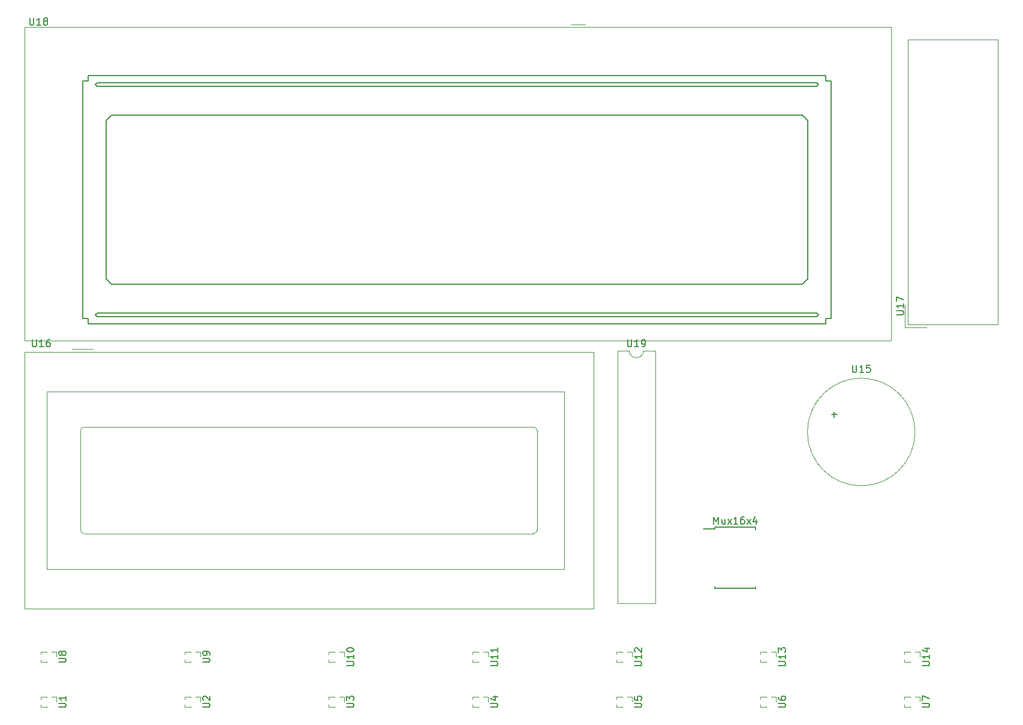
<source format=gbr>
%TF.GenerationSoftware,KiCad,Pcbnew,(6.0.7)*%
%TF.CreationDate,2022-11-30T19:42:34-03:00*%
%TF.ProjectId,CaixaDeRemedios,43616978-6144-4655-9265-6d6564696f73,rev?*%
%TF.SameCoordinates,Original*%
%TF.FileFunction,Legend,Top*%
%TF.FilePolarity,Positive*%
%FSLAX46Y46*%
G04 Gerber Fmt 4.6, Leading zero omitted, Abs format (unit mm)*
G04 Created by KiCad (PCBNEW (6.0.7)) date 2022-11-30 19:42:34*
%MOMM*%
%LPD*%
G01*
G04 APERTURE LIST*
%ADD10C,0.150000*%
%ADD11C,0.120000*%
%ADD12R,0.850000X0.850000*%
%ADD13O,0.850000X0.850000*%
%ADD14R,2.000000X2.000000*%
%ADD15C,2.000000*%
%ADD16C,6.500000*%
%ADD17R,1.500000X3.000000*%
%ADD18O,1.500000X3.000000*%
%ADD19C,3.000000*%
%ADD20R,1.800000X2.600000*%
%ADD21O,1.800000X2.600000*%
%ADD22R,1.600000X1.600000*%
%ADD23O,1.600000X1.600000*%
%ADD24R,1.750000X0.450000*%
%ADD25R,3.000000X3.000000*%
G04 APERTURE END LIST*
D10*
%TO.C,U14*%
X153412380Y-116818095D02*
X154221904Y-116818095D01*
X154317142Y-116770476D01*
X154364761Y-116722857D01*
X154412380Y-116627619D01*
X154412380Y-116437142D01*
X154364761Y-116341904D01*
X154317142Y-116294285D01*
X154221904Y-116246666D01*
X153412380Y-116246666D01*
X154412380Y-115246666D02*
X154412380Y-115818095D01*
X154412380Y-115532380D02*
X153412380Y-115532380D01*
X153555238Y-115627619D01*
X153650476Y-115722857D01*
X153698095Y-115818095D01*
X153745714Y-114389523D02*
X154412380Y-114389523D01*
X153364761Y-114627619D02*
X154079047Y-114865714D01*
X154079047Y-114246666D01*
%TO.C,U13*%
X133092380Y-116818095D02*
X133901904Y-116818095D01*
X133997142Y-116770476D01*
X134044761Y-116722857D01*
X134092380Y-116627619D01*
X134092380Y-116437142D01*
X134044761Y-116341904D01*
X133997142Y-116294285D01*
X133901904Y-116246666D01*
X133092380Y-116246666D01*
X134092380Y-115246666D02*
X134092380Y-115818095D01*
X134092380Y-115532380D02*
X133092380Y-115532380D01*
X133235238Y-115627619D01*
X133330476Y-115722857D01*
X133378095Y-115818095D01*
X133092380Y-114913333D02*
X133092380Y-114294285D01*
X133473333Y-114627619D01*
X133473333Y-114484761D01*
X133520952Y-114389523D01*
X133568571Y-114341904D01*
X133663809Y-114294285D01*
X133901904Y-114294285D01*
X133997142Y-114341904D01*
X134044761Y-114389523D01*
X134092380Y-114484761D01*
X134092380Y-114770476D01*
X134044761Y-114865714D01*
X133997142Y-114913333D01*
%TO.C,U12*%
X112772380Y-116818095D02*
X113581904Y-116818095D01*
X113677142Y-116770476D01*
X113724761Y-116722857D01*
X113772380Y-116627619D01*
X113772380Y-116437142D01*
X113724761Y-116341904D01*
X113677142Y-116294285D01*
X113581904Y-116246666D01*
X112772380Y-116246666D01*
X113772380Y-115246666D02*
X113772380Y-115818095D01*
X113772380Y-115532380D02*
X112772380Y-115532380D01*
X112915238Y-115627619D01*
X113010476Y-115722857D01*
X113058095Y-115818095D01*
X112867619Y-114865714D02*
X112820000Y-114818095D01*
X112772380Y-114722857D01*
X112772380Y-114484761D01*
X112820000Y-114389523D01*
X112867619Y-114341904D01*
X112962857Y-114294285D01*
X113058095Y-114294285D01*
X113200952Y-114341904D01*
X113772380Y-114913333D01*
X113772380Y-114294285D01*
%TO.C,U11*%
X92452380Y-116818095D02*
X93261904Y-116818095D01*
X93357142Y-116770476D01*
X93404761Y-116722857D01*
X93452380Y-116627619D01*
X93452380Y-116437142D01*
X93404761Y-116341904D01*
X93357142Y-116294285D01*
X93261904Y-116246666D01*
X92452380Y-116246666D01*
X93452380Y-115246666D02*
X93452380Y-115818095D01*
X93452380Y-115532380D02*
X92452380Y-115532380D01*
X92595238Y-115627619D01*
X92690476Y-115722857D01*
X92738095Y-115818095D01*
X93452380Y-114294285D02*
X93452380Y-114865714D01*
X93452380Y-114580000D02*
X92452380Y-114580000D01*
X92595238Y-114675238D01*
X92690476Y-114770476D01*
X92738095Y-114865714D01*
%TO.C,U10*%
X72132380Y-116818095D02*
X72941904Y-116818095D01*
X73037142Y-116770476D01*
X73084761Y-116722857D01*
X73132380Y-116627619D01*
X73132380Y-116437142D01*
X73084761Y-116341904D01*
X73037142Y-116294285D01*
X72941904Y-116246666D01*
X72132380Y-116246666D01*
X73132380Y-115246666D02*
X73132380Y-115818095D01*
X73132380Y-115532380D02*
X72132380Y-115532380D01*
X72275238Y-115627619D01*
X72370476Y-115722857D01*
X72418095Y-115818095D01*
X72132380Y-114627619D02*
X72132380Y-114532380D01*
X72180000Y-114437142D01*
X72227619Y-114389523D01*
X72322857Y-114341904D01*
X72513333Y-114294285D01*
X72751428Y-114294285D01*
X72941904Y-114341904D01*
X73037142Y-114389523D01*
X73084761Y-114437142D01*
X73132380Y-114532380D01*
X73132380Y-114627619D01*
X73084761Y-114722857D01*
X73037142Y-114770476D01*
X72941904Y-114818095D01*
X72751428Y-114865714D01*
X72513333Y-114865714D01*
X72322857Y-114818095D01*
X72227619Y-114770476D01*
X72180000Y-114722857D01*
X72132380Y-114627619D01*
%TO.C,U9*%
X51812380Y-116341904D02*
X52621904Y-116341904D01*
X52717142Y-116294285D01*
X52764761Y-116246666D01*
X52812380Y-116151428D01*
X52812380Y-115960952D01*
X52764761Y-115865714D01*
X52717142Y-115818095D01*
X52621904Y-115770476D01*
X51812380Y-115770476D01*
X52812380Y-115246666D02*
X52812380Y-115056190D01*
X52764761Y-114960952D01*
X52717142Y-114913333D01*
X52574285Y-114818095D01*
X52383809Y-114770476D01*
X52002857Y-114770476D01*
X51907619Y-114818095D01*
X51860000Y-114865714D01*
X51812380Y-114960952D01*
X51812380Y-115151428D01*
X51860000Y-115246666D01*
X51907619Y-115294285D01*
X52002857Y-115341904D01*
X52240952Y-115341904D01*
X52336190Y-115294285D01*
X52383809Y-115246666D01*
X52431428Y-115151428D01*
X52431428Y-114960952D01*
X52383809Y-114865714D01*
X52336190Y-114818095D01*
X52240952Y-114770476D01*
%TO.C,U8*%
X31492380Y-116341904D02*
X32301904Y-116341904D01*
X32397142Y-116294285D01*
X32444761Y-116246666D01*
X32492380Y-116151428D01*
X32492380Y-115960952D01*
X32444761Y-115865714D01*
X32397142Y-115818095D01*
X32301904Y-115770476D01*
X31492380Y-115770476D01*
X31920952Y-115151428D02*
X31873333Y-115246666D01*
X31825714Y-115294285D01*
X31730476Y-115341904D01*
X31682857Y-115341904D01*
X31587619Y-115294285D01*
X31540000Y-115246666D01*
X31492380Y-115151428D01*
X31492380Y-114960952D01*
X31540000Y-114865714D01*
X31587619Y-114818095D01*
X31682857Y-114770476D01*
X31730476Y-114770476D01*
X31825714Y-114818095D01*
X31873333Y-114865714D01*
X31920952Y-114960952D01*
X31920952Y-115151428D01*
X31968571Y-115246666D01*
X32016190Y-115294285D01*
X32111428Y-115341904D01*
X32301904Y-115341904D01*
X32397142Y-115294285D01*
X32444761Y-115246666D01*
X32492380Y-115151428D01*
X32492380Y-114960952D01*
X32444761Y-114865714D01*
X32397142Y-114818095D01*
X32301904Y-114770476D01*
X32111428Y-114770476D01*
X32016190Y-114818095D01*
X31968571Y-114865714D01*
X31920952Y-114960952D01*
%TO.C,U7*%
X153412380Y-122681904D02*
X154221904Y-122681904D01*
X154317142Y-122634285D01*
X154364761Y-122586666D01*
X154412380Y-122491428D01*
X154412380Y-122300952D01*
X154364761Y-122205714D01*
X154317142Y-122158095D01*
X154221904Y-122110476D01*
X153412380Y-122110476D01*
X153412380Y-121729523D02*
X153412380Y-121062857D01*
X154412380Y-121491428D01*
%TO.C,U6*%
X133092380Y-122681904D02*
X133901904Y-122681904D01*
X133997142Y-122634285D01*
X134044761Y-122586666D01*
X134092380Y-122491428D01*
X134092380Y-122300952D01*
X134044761Y-122205714D01*
X133997142Y-122158095D01*
X133901904Y-122110476D01*
X133092380Y-122110476D01*
X133092380Y-121205714D02*
X133092380Y-121396190D01*
X133140000Y-121491428D01*
X133187619Y-121539047D01*
X133330476Y-121634285D01*
X133520952Y-121681904D01*
X133901904Y-121681904D01*
X133997142Y-121634285D01*
X134044761Y-121586666D01*
X134092380Y-121491428D01*
X134092380Y-121300952D01*
X134044761Y-121205714D01*
X133997142Y-121158095D01*
X133901904Y-121110476D01*
X133663809Y-121110476D01*
X133568571Y-121158095D01*
X133520952Y-121205714D01*
X133473333Y-121300952D01*
X133473333Y-121491428D01*
X133520952Y-121586666D01*
X133568571Y-121634285D01*
X133663809Y-121681904D01*
%TO.C,U5*%
X112772380Y-122681904D02*
X113581904Y-122681904D01*
X113677142Y-122634285D01*
X113724761Y-122586666D01*
X113772380Y-122491428D01*
X113772380Y-122300952D01*
X113724761Y-122205714D01*
X113677142Y-122158095D01*
X113581904Y-122110476D01*
X112772380Y-122110476D01*
X112772380Y-121158095D02*
X112772380Y-121634285D01*
X113248571Y-121681904D01*
X113200952Y-121634285D01*
X113153333Y-121539047D01*
X113153333Y-121300952D01*
X113200952Y-121205714D01*
X113248571Y-121158095D01*
X113343809Y-121110476D01*
X113581904Y-121110476D01*
X113677142Y-121158095D01*
X113724761Y-121205714D01*
X113772380Y-121300952D01*
X113772380Y-121539047D01*
X113724761Y-121634285D01*
X113677142Y-121681904D01*
%TO.C,U4*%
X92452380Y-122681904D02*
X93261904Y-122681904D01*
X93357142Y-122634285D01*
X93404761Y-122586666D01*
X93452380Y-122491428D01*
X93452380Y-122300952D01*
X93404761Y-122205714D01*
X93357142Y-122158095D01*
X93261904Y-122110476D01*
X92452380Y-122110476D01*
X92785714Y-121205714D02*
X93452380Y-121205714D01*
X92404761Y-121443809D02*
X93119047Y-121681904D01*
X93119047Y-121062857D01*
%TO.C,U3*%
X72132380Y-122681904D02*
X72941904Y-122681904D01*
X73037142Y-122634285D01*
X73084761Y-122586666D01*
X73132380Y-122491428D01*
X73132380Y-122300952D01*
X73084761Y-122205714D01*
X73037142Y-122158095D01*
X72941904Y-122110476D01*
X72132380Y-122110476D01*
X72132380Y-121729523D02*
X72132380Y-121110476D01*
X72513333Y-121443809D01*
X72513333Y-121300952D01*
X72560952Y-121205714D01*
X72608571Y-121158095D01*
X72703809Y-121110476D01*
X72941904Y-121110476D01*
X73037142Y-121158095D01*
X73084761Y-121205714D01*
X73132380Y-121300952D01*
X73132380Y-121586666D01*
X73084761Y-121681904D01*
X73037142Y-121729523D01*
%TO.C,U2*%
X51812380Y-122681904D02*
X52621904Y-122681904D01*
X52717142Y-122634285D01*
X52764761Y-122586666D01*
X52812380Y-122491428D01*
X52812380Y-122300952D01*
X52764761Y-122205714D01*
X52717142Y-122158095D01*
X52621904Y-122110476D01*
X51812380Y-122110476D01*
X51907619Y-121681904D02*
X51860000Y-121634285D01*
X51812380Y-121539047D01*
X51812380Y-121300952D01*
X51860000Y-121205714D01*
X51907619Y-121158095D01*
X52002857Y-121110476D01*
X52098095Y-121110476D01*
X52240952Y-121158095D01*
X52812380Y-121729523D01*
X52812380Y-121110476D01*
%TO.C,U1*%
X31492380Y-122681904D02*
X32301904Y-122681904D01*
X32397142Y-122634285D01*
X32444761Y-122586666D01*
X32492380Y-122491428D01*
X32492380Y-122300952D01*
X32444761Y-122205714D01*
X32397142Y-122158095D01*
X32301904Y-122110476D01*
X31492380Y-122110476D01*
X32492380Y-121110476D02*
X32492380Y-121681904D01*
X32492380Y-121396190D02*
X31492380Y-121396190D01*
X31635238Y-121491428D01*
X31730476Y-121586666D01*
X31778095Y-121681904D01*
%TO.C,U15*%
X143551904Y-74382380D02*
X143551904Y-75191904D01*
X143599523Y-75287142D01*
X143647142Y-75334761D01*
X143742380Y-75382380D01*
X143932857Y-75382380D01*
X144028095Y-75334761D01*
X144075714Y-75287142D01*
X144123333Y-75191904D01*
X144123333Y-74382380D01*
X145123333Y-75382380D02*
X144551904Y-75382380D01*
X144837619Y-75382380D02*
X144837619Y-74382380D01*
X144742380Y-74525238D01*
X144647142Y-74620476D01*
X144551904Y-74668095D01*
X146028095Y-74382380D02*
X145551904Y-74382380D01*
X145504285Y-74858571D01*
X145551904Y-74810952D01*
X145647142Y-74763333D01*
X145885238Y-74763333D01*
X145980476Y-74810952D01*
X146028095Y-74858571D01*
X146075714Y-74953809D01*
X146075714Y-75191904D01*
X146028095Y-75287142D01*
X145980476Y-75334761D01*
X145885238Y-75382380D01*
X145647142Y-75382380D01*
X145551904Y-75334761D01*
X145504285Y-75287142D01*
X140589047Y-81351428D02*
X141350952Y-81351428D01*
X140970000Y-81732380D02*
X140970000Y-80970476D01*
%TO.C,U18*%
X27371904Y-25357380D02*
X27371904Y-26166904D01*
X27419523Y-26262142D01*
X27467142Y-26309761D01*
X27562380Y-26357380D01*
X27752857Y-26357380D01*
X27848095Y-26309761D01*
X27895714Y-26262142D01*
X27943333Y-26166904D01*
X27943333Y-25357380D01*
X28943333Y-26357380D02*
X28371904Y-26357380D01*
X28657619Y-26357380D02*
X28657619Y-25357380D01*
X28562380Y-25500238D01*
X28467142Y-25595476D01*
X28371904Y-25643095D01*
X29514761Y-25785952D02*
X29419523Y-25738333D01*
X29371904Y-25690714D01*
X29324285Y-25595476D01*
X29324285Y-25547857D01*
X29371904Y-25452619D01*
X29419523Y-25405000D01*
X29514761Y-25357380D01*
X29705238Y-25357380D01*
X29800476Y-25405000D01*
X29848095Y-25452619D01*
X29895714Y-25547857D01*
X29895714Y-25595476D01*
X29848095Y-25690714D01*
X29800476Y-25738333D01*
X29705238Y-25785952D01*
X29514761Y-25785952D01*
X29419523Y-25833571D01*
X29371904Y-25881190D01*
X29324285Y-25976428D01*
X29324285Y-26166904D01*
X29371904Y-26262142D01*
X29419523Y-26309761D01*
X29514761Y-26357380D01*
X29705238Y-26357380D01*
X29800476Y-26309761D01*
X29848095Y-26262142D01*
X29895714Y-26166904D01*
X29895714Y-25976428D01*
X29848095Y-25881190D01*
X29800476Y-25833571D01*
X29705238Y-25785952D01*
%TO.C,U16*%
X27761904Y-70787380D02*
X27761904Y-71596904D01*
X27809523Y-71692142D01*
X27857142Y-71739761D01*
X27952380Y-71787380D01*
X28142857Y-71787380D01*
X28238095Y-71739761D01*
X28285714Y-71692142D01*
X28333333Y-71596904D01*
X28333333Y-70787380D01*
X29333333Y-71787380D02*
X28761904Y-71787380D01*
X29047619Y-71787380D02*
X29047619Y-70787380D01*
X28952380Y-70930238D01*
X28857142Y-71025476D01*
X28761904Y-71073095D01*
X30190476Y-70787380D02*
X30000000Y-70787380D01*
X29904761Y-70835000D01*
X29857142Y-70882619D01*
X29761904Y-71025476D01*
X29714285Y-71215952D01*
X29714285Y-71596904D01*
X29761904Y-71692142D01*
X29809523Y-71739761D01*
X29904761Y-71787380D01*
X30095238Y-71787380D01*
X30190476Y-71739761D01*
X30238095Y-71692142D01*
X30285714Y-71596904D01*
X30285714Y-71358809D01*
X30238095Y-71263571D01*
X30190476Y-71215952D01*
X30095238Y-71168333D01*
X29904761Y-71168333D01*
X29809523Y-71215952D01*
X29761904Y-71263571D01*
X29714285Y-71358809D01*
%TO.C,U19*%
X111791904Y-70782380D02*
X111791904Y-71591904D01*
X111839523Y-71687142D01*
X111887142Y-71734761D01*
X111982380Y-71782380D01*
X112172857Y-71782380D01*
X112268095Y-71734761D01*
X112315714Y-71687142D01*
X112363333Y-71591904D01*
X112363333Y-70782380D01*
X113363333Y-71782380D02*
X112791904Y-71782380D01*
X113077619Y-71782380D02*
X113077619Y-70782380D01*
X112982380Y-70925238D01*
X112887142Y-71020476D01*
X112791904Y-71068095D01*
X113839523Y-71782380D02*
X114030000Y-71782380D01*
X114125238Y-71734761D01*
X114172857Y-71687142D01*
X114268095Y-71544285D01*
X114315714Y-71353809D01*
X114315714Y-70972857D01*
X114268095Y-70877619D01*
X114220476Y-70830000D01*
X114125238Y-70782380D01*
X113934761Y-70782380D01*
X113839523Y-70830000D01*
X113791904Y-70877619D01*
X113744285Y-70972857D01*
X113744285Y-71210952D01*
X113791904Y-71306190D01*
X113839523Y-71353809D01*
X113934761Y-71401428D01*
X114125238Y-71401428D01*
X114220476Y-71353809D01*
X114268095Y-71306190D01*
X114315714Y-71210952D01*
%TO.C,Mux16x4*%
X123976190Y-96802380D02*
X123976190Y-95802380D01*
X124309523Y-96516666D01*
X124642857Y-95802380D01*
X124642857Y-96802380D01*
X125547619Y-96135714D02*
X125547619Y-96802380D01*
X125119047Y-96135714D02*
X125119047Y-96659523D01*
X125166666Y-96754761D01*
X125261904Y-96802380D01*
X125404761Y-96802380D01*
X125500000Y-96754761D01*
X125547619Y-96707142D01*
X125928571Y-96802380D02*
X126452380Y-96135714D01*
X125928571Y-96135714D02*
X126452380Y-96802380D01*
X127357142Y-96802380D02*
X126785714Y-96802380D01*
X127071428Y-96802380D02*
X127071428Y-95802380D01*
X126976190Y-95945238D01*
X126880952Y-96040476D01*
X126785714Y-96088095D01*
X128214285Y-95802380D02*
X128023809Y-95802380D01*
X127928571Y-95850000D01*
X127880952Y-95897619D01*
X127785714Y-96040476D01*
X127738095Y-96230952D01*
X127738095Y-96611904D01*
X127785714Y-96707142D01*
X127833333Y-96754761D01*
X127928571Y-96802380D01*
X128119047Y-96802380D01*
X128214285Y-96754761D01*
X128261904Y-96707142D01*
X128309523Y-96611904D01*
X128309523Y-96373809D01*
X128261904Y-96278571D01*
X128214285Y-96230952D01*
X128119047Y-96183333D01*
X127928571Y-96183333D01*
X127833333Y-96230952D01*
X127785714Y-96278571D01*
X127738095Y-96373809D01*
X128642857Y-96802380D02*
X129166666Y-96135714D01*
X128642857Y-96135714D02*
X129166666Y-96802380D01*
X129976190Y-96135714D02*
X129976190Y-96802380D01*
X129738095Y-95754761D02*
X129500000Y-96469047D01*
X130119047Y-96469047D01*
%TO.C,U17*%
X149732380Y-67278095D02*
X150541904Y-67278095D01*
X150637142Y-67230476D01*
X150684761Y-67182857D01*
X150732380Y-67087619D01*
X150732380Y-66897142D01*
X150684761Y-66801904D01*
X150637142Y-66754285D01*
X150541904Y-66706666D01*
X149732380Y-66706666D01*
X150732380Y-65706666D02*
X150732380Y-66278095D01*
X150732380Y-65992380D02*
X149732380Y-65992380D01*
X149875238Y-66087619D01*
X149970476Y-66182857D01*
X150018095Y-66278095D01*
X149732380Y-65373333D02*
X149732380Y-64706666D01*
X150732380Y-65135238D01*
D11*
%TO.C,U14*%
X151715000Y-114885000D02*
X151715000Y-114971724D01*
X153085000Y-114885000D02*
X153085000Y-115580000D01*
X151715000Y-114885000D02*
X150840000Y-114885000D01*
X150840000Y-114885000D02*
X150840000Y-115185507D01*
X151715000Y-116188276D02*
X151715000Y-116275000D01*
X150840000Y-115974493D02*
X150840000Y-116275000D01*
X152400000Y-114885000D02*
X153085000Y-114885000D01*
X151715000Y-116275000D02*
X150840000Y-116275000D01*
%TO.C,U13*%
X131395000Y-114885000D02*
X131395000Y-114971724D01*
X132765000Y-114885000D02*
X132765000Y-115580000D01*
X131395000Y-114885000D02*
X130520000Y-114885000D01*
X130520000Y-114885000D02*
X130520000Y-115185507D01*
X131395000Y-116188276D02*
X131395000Y-116275000D01*
X130520000Y-115974493D02*
X130520000Y-116275000D01*
X132080000Y-114885000D02*
X132765000Y-114885000D01*
X131395000Y-116275000D02*
X130520000Y-116275000D01*
%TO.C,U12*%
X111075000Y-114885000D02*
X111075000Y-114971724D01*
X112445000Y-114885000D02*
X112445000Y-115580000D01*
X111075000Y-114885000D02*
X110200000Y-114885000D01*
X110200000Y-114885000D02*
X110200000Y-115185507D01*
X111075000Y-116188276D02*
X111075000Y-116275000D01*
X110200000Y-115974493D02*
X110200000Y-116275000D01*
X111760000Y-114885000D02*
X112445000Y-114885000D01*
X111075000Y-116275000D02*
X110200000Y-116275000D01*
%TO.C,U11*%
X90755000Y-114885000D02*
X90755000Y-114971724D01*
X92125000Y-114885000D02*
X92125000Y-115580000D01*
X90755000Y-114885000D02*
X89880000Y-114885000D01*
X89880000Y-114885000D02*
X89880000Y-115185507D01*
X90755000Y-116188276D02*
X90755000Y-116275000D01*
X89880000Y-115974493D02*
X89880000Y-116275000D01*
X91440000Y-114885000D02*
X92125000Y-114885000D01*
X90755000Y-116275000D02*
X89880000Y-116275000D01*
%TO.C,U10*%
X70435000Y-114885000D02*
X70435000Y-114971724D01*
X71805000Y-114885000D02*
X71805000Y-115580000D01*
X70435000Y-114885000D02*
X69560000Y-114885000D01*
X69560000Y-114885000D02*
X69560000Y-115185507D01*
X70435000Y-116188276D02*
X70435000Y-116275000D01*
X69560000Y-115974493D02*
X69560000Y-116275000D01*
X71120000Y-114885000D02*
X71805000Y-114885000D01*
X70435000Y-116275000D02*
X69560000Y-116275000D01*
%TO.C,U9*%
X50115000Y-114885000D02*
X50115000Y-114971724D01*
X51485000Y-114885000D02*
X51485000Y-115580000D01*
X50115000Y-114885000D02*
X49240000Y-114885000D01*
X49240000Y-114885000D02*
X49240000Y-115185507D01*
X50115000Y-116188276D02*
X50115000Y-116275000D01*
X49240000Y-115974493D02*
X49240000Y-116275000D01*
X50800000Y-114885000D02*
X51485000Y-114885000D01*
X50115000Y-116275000D02*
X49240000Y-116275000D01*
%TO.C,U8*%
X29795000Y-114885000D02*
X29795000Y-114971724D01*
X31165000Y-114885000D02*
X31165000Y-115580000D01*
X29795000Y-114885000D02*
X28920000Y-114885000D01*
X28920000Y-114885000D02*
X28920000Y-115185507D01*
X29795000Y-116188276D02*
X29795000Y-116275000D01*
X28920000Y-115974493D02*
X28920000Y-116275000D01*
X30480000Y-114885000D02*
X31165000Y-114885000D01*
X29795000Y-116275000D02*
X28920000Y-116275000D01*
%TO.C,U7*%
X151715000Y-121225000D02*
X151715000Y-121311724D01*
X153085000Y-121225000D02*
X153085000Y-121920000D01*
X151715000Y-121225000D02*
X150840000Y-121225000D01*
X150840000Y-121225000D02*
X150840000Y-121525507D01*
X151715000Y-122528276D02*
X151715000Y-122615000D01*
X150840000Y-122314493D02*
X150840000Y-122615000D01*
X152400000Y-121225000D02*
X153085000Y-121225000D01*
X151715000Y-122615000D02*
X150840000Y-122615000D01*
%TO.C,U6*%
X131395000Y-121225000D02*
X131395000Y-121311724D01*
X132765000Y-121225000D02*
X132765000Y-121920000D01*
X131395000Y-121225000D02*
X130520000Y-121225000D01*
X130520000Y-121225000D02*
X130520000Y-121525507D01*
X131395000Y-122528276D02*
X131395000Y-122615000D01*
X130520000Y-122314493D02*
X130520000Y-122615000D01*
X132080000Y-121225000D02*
X132765000Y-121225000D01*
X131395000Y-122615000D02*
X130520000Y-122615000D01*
%TO.C,U5*%
X111075000Y-121225000D02*
X111075000Y-121311724D01*
X112445000Y-121225000D02*
X112445000Y-121920000D01*
X111075000Y-121225000D02*
X110200000Y-121225000D01*
X110200000Y-121225000D02*
X110200000Y-121525507D01*
X111075000Y-122528276D02*
X111075000Y-122615000D01*
X110200000Y-122314493D02*
X110200000Y-122615000D01*
X111760000Y-121225000D02*
X112445000Y-121225000D01*
X111075000Y-122615000D02*
X110200000Y-122615000D01*
%TO.C,U4*%
X90755000Y-121225000D02*
X90755000Y-121311724D01*
X92125000Y-121225000D02*
X92125000Y-121920000D01*
X90755000Y-121225000D02*
X89880000Y-121225000D01*
X89880000Y-121225000D02*
X89880000Y-121525507D01*
X90755000Y-122528276D02*
X90755000Y-122615000D01*
X89880000Y-122314493D02*
X89880000Y-122615000D01*
X91440000Y-121225000D02*
X92125000Y-121225000D01*
X90755000Y-122615000D02*
X89880000Y-122615000D01*
%TO.C,U3*%
X70435000Y-121225000D02*
X70435000Y-121311724D01*
X71805000Y-121225000D02*
X71805000Y-121920000D01*
X70435000Y-121225000D02*
X69560000Y-121225000D01*
X69560000Y-121225000D02*
X69560000Y-121525507D01*
X70435000Y-122528276D02*
X70435000Y-122615000D01*
X69560000Y-122314493D02*
X69560000Y-122615000D01*
X71120000Y-121225000D02*
X71805000Y-121225000D01*
X70435000Y-122615000D02*
X69560000Y-122615000D01*
%TO.C,U2*%
X50115000Y-121225000D02*
X50115000Y-121311724D01*
X51485000Y-121225000D02*
X51485000Y-121920000D01*
X50115000Y-121225000D02*
X49240000Y-121225000D01*
X49240000Y-121225000D02*
X49240000Y-121525507D01*
X50115000Y-122528276D02*
X50115000Y-122615000D01*
X49240000Y-122314493D02*
X49240000Y-122615000D01*
X50800000Y-121225000D02*
X51485000Y-121225000D01*
X50115000Y-122615000D02*
X49240000Y-122615000D01*
%TO.C,U1*%
X29795000Y-121225000D02*
X29795000Y-121311724D01*
X31165000Y-121225000D02*
X31165000Y-121920000D01*
X29795000Y-121225000D02*
X28920000Y-121225000D01*
X28920000Y-121225000D02*
X28920000Y-121525507D01*
X29795000Y-122528276D02*
X29795000Y-122615000D01*
X28920000Y-122314493D02*
X28920000Y-122615000D01*
X30480000Y-121225000D02*
X31165000Y-121225000D01*
X29795000Y-122615000D02*
X28920000Y-122615000D01*
%TO.C,U15*%
X152380000Y-83820000D02*
G75*
G03*
X152380000Y-83820000I-7600000J0D01*
G01*
%TO.C,U18*%
X103820000Y-26315000D02*
X105820000Y-26315000D01*
D10*
X35605000Y-34268000D02*
X34843000Y-34268000D01*
X36875000Y-34522000D02*
X36621000Y-34776000D01*
X38145000Y-62208000D02*
X38145000Y-39856000D01*
X137205000Y-39856000D02*
X137205000Y-62208000D01*
X35605000Y-68558000D02*
X35605000Y-67796000D01*
X136443000Y-62970000D02*
X38907000Y-62970000D01*
X36875000Y-67542000D02*
X138475000Y-67542000D01*
X38907000Y-62970000D02*
X38145000Y-62208000D01*
X139745000Y-33506000D02*
X139745000Y-34268000D01*
X138475000Y-34522000D02*
X36875000Y-34522000D01*
X139745000Y-34268000D02*
X140507000Y-34268000D01*
X36621000Y-67288000D02*
X36875000Y-67542000D01*
X138729000Y-67288000D02*
X138475000Y-67034000D01*
X36875000Y-67034000D02*
X36621000Y-67288000D01*
X34843000Y-34268000D02*
X34843000Y-67796000D01*
X139745000Y-33506000D02*
X35605000Y-33506000D01*
D11*
X148960000Y-26675000D02*
X26680000Y-26675000D01*
D10*
X38145000Y-39856000D02*
X38907000Y-39094000D01*
X140507000Y-67796000D02*
X139745000Y-67796000D01*
X137205000Y-62208000D02*
X136443000Y-62970000D01*
X140507000Y-67796000D02*
X140507000Y-34268000D01*
X138475000Y-67034000D02*
X36875000Y-67034000D01*
X36875000Y-35030000D02*
X138475000Y-35030000D01*
X35605000Y-68558000D02*
X139745000Y-68558000D01*
X136443000Y-39094000D02*
X137205000Y-39856000D01*
X35605000Y-33506000D02*
X35605000Y-34268000D01*
D11*
X26680000Y-26675000D02*
X26680000Y-70955000D01*
X148960000Y-26675000D02*
X148960000Y-70955000D01*
D10*
X138475000Y-34522000D02*
X138729000Y-34776000D01*
X138729000Y-34776000D02*
X138475000Y-35030000D01*
D11*
X26680000Y-70955000D02*
X148960000Y-70955000D01*
D10*
X35605000Y-67796000D02*
X34843000Y-67796000D01*
X36621000Y-34776000D02*
X36875000Y-35030000D01*
X138475000Y-67542000D02*
X138729000Y-67288000D01*
X139745000Y-67796000D02*
X139745000Y-68558000D01*
X38907000Y-39094000D02*
X136443000Y-39094000D01*
D11*
%TO.C,U16*%
X29820000Y-78145000D02*
X102820000Y-78145000D01*
X106960000Y-108785000D02*
X106960000Y-72505000D01*
X26680000Y-108785000D02*
X106960000Y-108785000D01*
X26680000Y-72505000D02*
X26680000Y-108785000D01*
X98520660Y-98145000D02*
X35020000Y-98145000D01*
X26690000Y-72505000D02*
X27480000Y-72505000D01*
X34520280Y-97644320D02*
X34520280Y-83645000D01*
X106960000Y-72505000D02*
X27480000Y-72505000D01*
X102820000Y-78145000D02*
X102820000Y-103145000D01*
X102820000Y-103145000D02*
X29820000Y-103145000D01*
X99020000Y-83645000D02*
X99020000Y-97645000D01*
X35020000Y-83145000D02*
X98520000Y-83145000D01*
X33320000Y-72145000D02*
X36320000Y-72145000D01*
X29820000Y-103145000D02*
X29820000Y-78145000D01*
X35020660Y-83143460D02*
G75*
G03*
X34520280Y-83643840I0J-500380D01*
G01*
X34520280Y-97644320D02*
G75*
G03*
X35020660Y-98144700I500380J0D01*
G01*
X98520660Y-98144640D02*
G75*
G03*
X99021040Y-97644320I40J500340D01*
G01*
X99020000Y-83645000D02*
G75*
G03*
X98520000Y-83145000I-500000J0D01*
G01*
%TO.C,U19*%
X115680000Y-72330000D02*
X114030000Y-72330000D01*
X115680000Y-108010000D02*
X115680000Y-72330000D01*
X112030000Y-72330000D02*
X110380000Y-72330000D01*
X110380000Y-72330000D02*
X110380000Y-108010000D01*
X110380000Y-108010000D02*
X115680000Y-108010000D01*
X112030000Y-72330000D02*
G75*
G03*
X114030000Y-72330000I1000000J0D01*
G01*
D10*
%TO.C,Mux16x4*%
X129875000Y-105925000D02*
X129875000Y-105625000D01*
X124125000Y-105925000D02*
X129875000Y-105925000D01*
X124125000Y-97500000D02*
X122525000Y-97500000D01*
X124125000Y-97275000D02*
X129875000Y-97275000D01*
X129875000Y-97275000D02*
X129875000Y-97575000D01*
X124125000Y-105925000D02*
X124125000Y-105625000D01*
X124125000Y-97275000D02*
X124125000Y-97500000D01*
D11*
%TO.C,U17*%
X151360000Y-28420000D02*
X164100000Y-28420000D01*
X164100000Y-68660000D02*
X164100000Y-28420000D01*
X153980000Y-69040000D02*
X150980000Y-69040000D01*
X151360000Y-68660000D02*
X151360000Y-28420000D01*
X151360000Y-68660000D02*
X151360000Y-28420000D01*
X151360000Y-28420000D02*
X164100000Y-28420000D01*
X164100000Y-68660000D02*
X164100000Y-28420000D01*
X151360000Y-68660000D02*
X164100000Y-68660000D01*
X150980000Y-69040000D02*
X150980000Y-66040000D01*
X151360000Y-68660000D02*
X164100000Y-68660000D01*
%TD*%
%LPC*%
D12*
%TO.C,U14*%
X152400000Y-115580000D03*
D13*
X151400000Y-115580000D03*
%TD*%
D12*
%TO.C,U13*%
X132080000Y-115580000D03*
D13*
X131080000Y-115580000D03*
%TD*%
D12*
%TO.C,U12*%
X111760000Y-115580000D03*
D13*
X110760000Y-115580000D03*
%TD*%
D12*
%TO.C,U11*%
X91440000Y-115580000D03*
D13*
X90440000Y-115580000D03*
%TD*%
D12*
%TO.C,U10*%
X71120000Y-115580000D03*
D13*
X70120000Y-115580000D03*
%TD*%
D12*
%TO.C,U9*%
X50800000Y-115580000D03*
D13*
X49800000Y-115580000D03*
%TD*%
D12*
%TO.C,U8*%
X30480000Y-115580000D03*
D13*
X29480000Y-115580000D03*
%TD*%
D12*
%TO.C,U7*%
X152400000Y-121920000D03*
D13*
X151400000Y-121920000D03*
%TD*%
D12*
%TO.C,U6*%
X132080000Y-121920000D03*
D13*
X131080000Y-121920000D03*
%TD*%
D12*
%TO.C,U5*%
X111760000Y-121920000D03*
D13*
X110760000Y-121920000D03*
%TD*%
D12*
%TO.C,U4*%
X91440000Y-121920000D03*
D13*
X90440000Y-121920000D03*
%TD*%
D12*
%TO.C,U3*%
X71120000Y-121920000D03*
D13*
X70120000Y-121920000D03*
%TD*%
D12*
%TO.C,U2*%
X50800000Y-121920000D03*
D13*
X49800000Y-121920000D03*
%TD*%
D12*
%TO.C,U1*%
X30480000Y-121920000D03*
D13*
X29480000Y-121920000D03*
%TD*%
D14*
%TO.C,U15*%
X140980000Y-83820000D03*
D15*
X148580000Y-83820000D03*
%TD*%
D16*
%TO.C,U18*%
X145320000Y-30315000D03*
X145320000Y-67315000D03*
X30320000Y-67315000D03*
X30320000Y-30315000D03*
D17*
X104820000Y-29315000D03*
D18*
X107360000Y-29315000D03*
X109900000Y-29315000D03*
X112440000Y-29315000D03*
X114980000Y-29315000D03*
X117520000Y-29315000D03*
X120060000Y-29315000D03*
X122600000Y-29315000D03*
X125140000Y-29315000D03*
X127680000Y-29315000D03*
X130220000Y-29315000D03*
X132760000Y-29315000D03*
X135300000Y-29315000D03*
X137840000Y-29315000D03*
X102280000Y-29315000D03*
X99740000Y-29315000D03*
D14*
X29320000Y-43315000D03*
X29320000Y-54315000D03*
X29320000Y-47315000D03*
X29320000Y-58315000D03*
%TD*%
D19*
%TO.C,U16*%
X104319480Y-106145700D03*
X29320900Y-75145000D03*
X29320900Y-106145700D03*
X104320000Y-75145000D03*
D20*
X34820000Y-75145000D03*
D21*
X37360000Y-75145000D03*
X39900000Y-75145000D03*
X42440000Y-75145000D03*
X44980000Y-75145000D03*
X47520000Y-75145000D03*
X50060000Y-75145000D03*
X52600000Y-75145000D03*
X55140000Y-75145000D03*
X57680000Y-75145000D03*
X60220000Y-75145000D03*
X62760000Y-75145000D03*
X65300000Y-75145000D03*
X67840000Y-75145000D03*
X70380000Y-75145000D03*
X72920000Y-75145000D03*
%TD*%
D22*
%TO.C,U19*%
X109220000Y-73660000D03*
D23*
X109220000Y-76200000D03*
X109220000Y-78740000D03*
X109220000Y-81280000D03*
X109220000Y-83820000D03*
X109220000Y-86360000D03*
X109220000Y-88900000D03*
X109220000Y-91440000D03*
X109220000Y-93980000D03*
X109220000Y-96520000D03*
X109220000Y-99060000D03*
X109220000Y-101600000D03*
X109220000Y-104140000D03*
X109220000Y-106680000D03*
X116840000Y-106680000D03*
X116840000Y-104140000D03*
X116840000Y-101600000D03*
X116840000Y-99060000D03*
X116840000Y-96520000D03*
X116840000Y-93980000D03*
X116840000Y-91440000D03*
X116840000Y-88900000D03*
X116840000Y-86360000D03*
X116840000Y-83820000D03*
X116840000Y-81280000D03*
X116840000Y-78740000D03*
X116840000Y-76200000D03*
X116840000Y-73660000D03*
%TD*%
D24*
%TO.C,Mux16x4*%
X123400000Y-98025000D03*
X123400000Y-98675000D03*
X123400000Y-99325000D03*
X123400000Y-99975000D03*
X123400000Y-100625000D03*
X123400000Y-101275000D03*
X123400000Y-101925000D03*
X123400000Y-102575000D03*
X123400000Y-103225000D03*
X123400000Y-103875000D03*
X123400000Y-104525000D03*
X123400000Y-105175000D03*
X130600000Y-105175000D03*
X130600000Y-104525000D03*
X130600000Y-103875000D03*
X130600000Y-103225000D03*
X130600000Y-102575000D03*
X130600000Y-101925000D03*
X130600000Y-101275000D03*
X130600000Y-100625000D03*
X130600000Y-99975000D03*
X130600000Y-99325000D03*
X130600000Y-98675000D03*
X130600000Y-98025000D03*
%TD*%
D25*
%TO.C,U17*%
X157480000Y-66040000D03*
D19*
X157480000Y-61040000D03*
X157480000Y-56040000D03*
X157480000Y-51040000D03*
X157480000Y-46040000D03*
X157480000Y-41040000D03*
X157480000Y-36040000D03*
X157480000Y-31040000D03*
%TD*%
M02*

</source>
